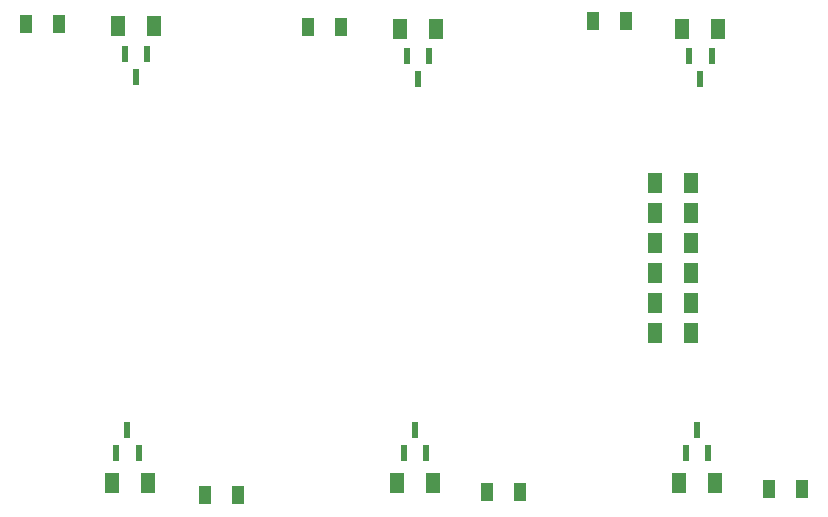
<source format=gtp>
G04 Layer_Color=8421504*
%FSLAX23Y23*%
%MOIN*%
G70*
G01*
G75*
%ADD10R,0.022X0.056*%
%ADD11R,0.046X0.069*%
%ADD12R,0.044X0.063*%
D10*
X2840Y5905D02*
D03*
X2803Y5981D02*
D03*
X2878D02*
D03*
X3780Y5897D02*
D03*
X3743Y5973D02*
D03*
X3818D02*
D03*
X4722Y5899D02*
D03*
X4685Y5975D02*
D03*
X4760D02*
D03*
X2812Y4726D02*
D03*
X2850Y4650D02*
D03*
X2775D02*
D03*
X4710Y4728D02*
D03*
X4747Y4652D02*
D03*
X4673D02*
D03*
X3770Y4728D02*
D03*
X3807Y4652D02*
D03*
X3733D02*
D03*
D11*
X3839Y6065D02*
D03*
X3721D02*
D03*
X4689Y5350D02*
D03*
X4571D02*
D03*
X4689Y5450D02*
D03*
X4571D02*
D03*
X4779Y6065D02*
D03*
X4661D02*
D03*
X4689Y5550D02*
D03*
X4571D02*
D03*
X4689Y5050D02*
D03*
X4571D02*
D03*
X4651Y4550D02*
D03*
X4769D02*
D03*
X4689Y5150D02*
D03*
X4571D02*
D03*
X3711Y4550D02*
D03*
X3829D02*
D03*
X4689Y5250D02*
D03*
X4571D02*
D03*
X2761Y4550D02*
D03*
X2879D02*
D03*
X2900Y6075D02*
D03*
X2782D02*
D03*
D12*
X3180Y4510D02*
D03*
X3070D02*
D03*
X4950Y4530D02*
D03*
X5060D02*
D03*
X2475Y6080D02*
D03*
X2585D02*
D03*
X4475Y6090D02*
D03*
X4365D02*
D03*
X3525Y6070D02*
D03*
X3415D02*
D03*
X4010Y4520D02*
D03*
X4120D02*
D03*
M02*

</source>
